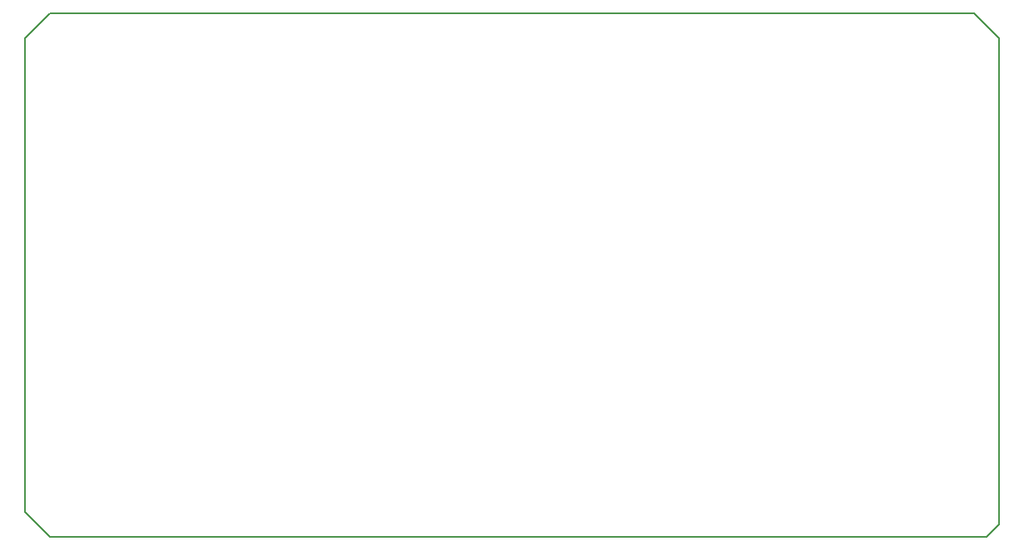
<source format=gbr>
%TF.GenerationSoftware,KiCad,Pcbnew,(6.0.5)*%
%TF.CreationDate,2023-01-19T14:10:39-05:00*%
%TF.ProjectId,floppy_mega,666c6f70-7079-45f6-9d65-67612e6b6963,rev?*%
%TF.SameCoordinates,Original*%
%TF.FileFunction,Profile,NP*%
%FSLAX46Y46*%
G04 Gerber Fmt 4.6, Leading zero omitted, Abs format (unit mm)*
G04 Created by KiCad (PCBNEW (6.0.5)) date 2023-01-19 14:10:39*
%MOMM*%
%LPD*%
G01*
G04 APERTURE LIST*
%TA.AperFunction,Profile*%
%ADD10C,0.150000*%
%TD*%
G04 APERTURE END LIST*
D10*
X202438000Y-120396000D02*
X201168000Y-121666000D01*
X105918000Y-68326000D02*
X103378000Y-70866000D01*
X105918000Y-121666000D02*
X103378000Y-119126000D01*
X103378000Y-119126000D02*
X103378000Y-70866000D01*
X201168000Y-121666000D02*
X105918000Y-121666000D01*
X105918000Y-68326000D02*
X199898000Y-68326000D01*
X199898000Y-68326000D02*
X202438000Y-70866000D01*
X202438000Y-70866000D02*
X202438000Y-120396000D01*
M02*

</source>
